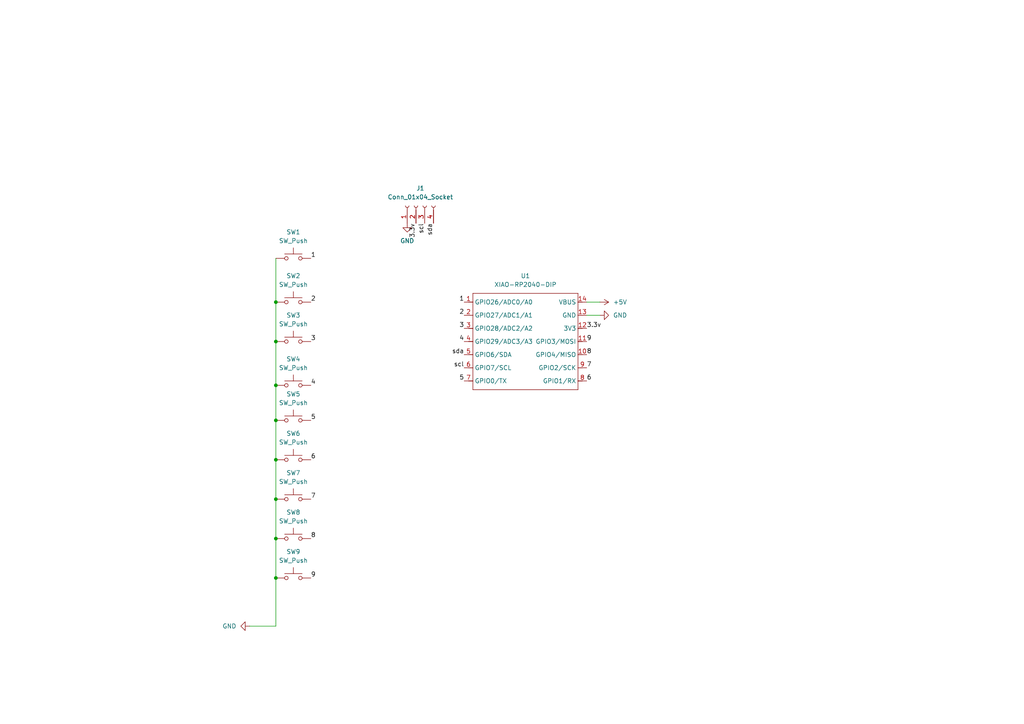
<source format=kicad_sch>
(kicad_sch (version 20231120) (generator "eeschema") (generator_version "8.0")
  (paper "A4")
  (lib_symbols
    (symbol "Connector:Conn_01x04_Socket" (pin_names (offset 1.016) hide)
      (property "Reference" "J" (at 0 5.08 0))
      (property "Value" "Conn_01x04_Socket" (at 0 -7.62 0))
      (symbol "Conn_01x04_Socket_1_1"
        (arc (start 0 -4.572) (mid -0.5058 -5.08) (end 0 -5.588) (stroke (width 0.1524)))
        (arc (start 0 -2.032) (mid -0.5058 -2.54) (end 0 -3.048) (stroke (width 0.1524)))
        (polyline (pts (xy -1.27 -5.08) (xy -0.508 -5.08)) (stroke (width 0.1524)))
        (polyline (pts (xy -1.27 -2.54) (xy -0.508 -2.54)) (stroke (width 0.1524)))
        (polyline (pts (xy -1.27 0) (xy -0.508 0)) (stroke (width 0.1524)))
        (polyline (pts (xy -1.27 2.54) (xy -0.508 2.54)) (stroke (width 0.1524)))
        (arc (start 0 0.508) (mid -0.5058 0) (end 0 -0.508) (stroke (width 0.1524)))
        (arc (start 0 3.048) (mid -0.5058 2.54) (end 0 2.032) (stroke (width 0.1524)))
        (pin passive line (at -5.08 2.54 0) (length 3.81) (name "Pin_1") (number "1"))
        (pin passive line (at -5.08 0 0) (length 3.81) (name "Pin_2") (number "2"))
        (pin passive line (at -5.08 -2.54 0) (length 3.81) (name "Pin_3") (number "3"))
        (pin passive line (at -5.08 -5.08 0) (length 3.81) (name "Pin_4") (number "4"))
      )
    )
    (symbol "Switch:SW_Push" (pin_numbers hide) (pin_names (offset 1.016) hide)
      (property "Reference" "SW" (at 1.27 2.54 0))
      (property "Value" "SW_Push" (at 0 -1.524 0))
      (symbol "SW_Push_0_1"
        (circle (center -2.032 0) (radius 0.508))
        (polyline (pts (xy 0 1.27) (xy 0 3.048)))
        (polyline (pts (xy 2.54 1.27) (xy -2.54 1.27)))
        (circle (center 2.032 0) (radius 0.508))
        (pin passive line (at -5.08 0 0) (length 2.54) (name "1") (number "1"))
        (pin passive line (at 5.08 0 180) (length 2.54) (name "2") (number "2"))
      )
    )
    (symbol "opl lib:XIAO-RP2040-DIP"
      (property "Reference" "U" (at 0 0 0))
      (property "Value" "XIAO-RP2040-DIP" (at 5.334 -1.778 0))
      (symbol "XIAO-RP2040-DIP_1_0"
        (polyline (pts (xy -1.27 -30.48) (xy -1.27 -16.51)) (stroke (width 0.1524)))
        (polyline (pts (xy -1.27 -27.94) (xy -2.54 -27.94)) (stroke (width 0.1524)))
        (polyline (pts (xy -1.27 -24.13) (xy -2.54 -24.13)) (stroke (width 0.1524)))
        (polyline (pts (xy -1.27 -20.32) (xy -2.54 -20.32)) (stroke (width 0.1524)))
        (polyline (pts (xy -1.27 -16.51) (xy -2.54 -16.51)) (stroke (width 0.1524)))
        (polyline (pts (xy -1.27 -16.51) (xy -1.27 -12.7)) (stroke (width 0.1524)))
        (polyline (pts (xy -1.27 -12.7) (xy -2.54 -12.7)) (stroke (width 0.1524)))
        (polyline (pts (xy -1.27 -12.7) (xy -1.27 -8.89)) (stroke (width 0.1524)))
        (polyline (pts (xy -1.27 -8.89) (xy -2.54 -8.89)) (stroke (width 0.1524)))
        (polyline (pts (xy -1.27 -8.89) (xy -1.27 -5.08)) (stroke (width 0.1524)))
        (polyline (pts (xy -1.27 -5.08) (xy -2.54 -5.08)) (stroke (width 0.1524)))
        (polyline (pts (xy -1.27 -5.08) (xy -1.27 -2.54)) (stroke (width 0.1524)))
        (polyline (pts (xy -1.27 -2.54) (xy 29.21 -2.54)) (stroke (width 0.1524)))
        (polyline (pts (xy 29.21 -30.48) (xy -1.27 -30.48)) (stroke (width 0.1524)))
        (polyline (pts (xy 29.21 -12.7) (xy 29.21 -30.48)) (stroke (width 0.1524)))
        (polyline (pts (xy 29.21 -8.89) (xy 29.21 -12.7)) (stroke (width 0.1524)))
        (polyline (pts (xy 29.21 -5.08) (xy 29.21 -8.89)) (stroke (width 0.1524)))
        (polyline (pts (xy 29.21 -2.54) (xy 29.21 -5.08)) (stroke (width 0.1524)))
        (polyline (pts (xy 30.48 -27.94) (xy 29.21 -27.94)) (stroke (width 0.1524)))
        (polyline (pts (xy 30.48 -24.13) (xy 29.21 -24.13)) (stroke (width 0.1524)))
        (polyline (pts (xy 30.48 -20.32) (xy 29.21 -20.32)) (stroke (width 0.1524)))
        (polyline (pts (xy 30.48 -16.51) (xy 29.21 -16.51)) (stroke (width 0.1524)))
        (polyline (pts (xy 30.48 -12.7) (xy 29.21 -12.7)) (stroke (width 0.1524)))
        (polyline (pts (xy 30.48 -8.89) (xy 29.21 -8.89)) (stroke (width 0.1524)))
        (polyline (pts (xy 30.48 -5.08) (xy 29.21 -5.08)) (stroke (width 0.1524)))
        (pin passive line (at -3.81 -5.08 0) (length 2.54) (name "GPIO26/ADC0/A0") (number "1"))
        (pin passive line (at 31.75 -20.32 180) (length 2.54) (name "GPIO4/MISO") (number "10"))
        (pin passive line (at 31.75 -16.51 180) (length 2.54) (name "GPIO3/MOSI") (number "11"))
        (pin passive line (at 31.75 -12.7 180) (length 2.54) (name "3V3") (number "12"))
        (pin passive line (at 31.75 -8.89 180) (length 2.54) (name "GND") (number "13"))
        (pin passive line (at 31.75 -5.08 180) (length 2.54) (name "VBUS") (number "14"))
        (pin passive line (at -3.81 -8.89 0) (length 2.54) (name "GPIO27/ADC1/A1") (number "2"))
        (pin passive line (at -3.81 -12.7 0) (length 2.54) (name "GPIO28/ADC2/A2") (number "3"))
        (pin passive line (at -3.81 -16.51 0) (length 2.54) (name "GPIO29/ADC3/A3") (number "4"))
        (pin passive line (at -3.81 -20.32 0) (length 2.54) (name "GPIO6/SDA") (number "5"))
        (pin passive line (at -3.81 -24.13 0) (length 2.54) (name "GPIO7/SCL") (number "6"))
        (pin passive line (at -3.81 -27.94 0) (length 2.54) (name "GPIO0/TX") (number "7"))
        (pin passive line (at 31.75 -27.94 180) (length 2.54) (name "GPIO1/RX") (number "8"))
        (pin passive line (at 31.75 -24.13 180) (length 2.54) (name "GPIO2/SCK") (number "9"))
      )
    )
    (symbol "power:+5V" (power) (pin_numbers hide) (pin_names (offset 0) hide)
      (property "Value" "+5V" (at 0 3.556 0))
      (symbol "+5V_0_1"
        (polyline (pts (xy -0.762 1.27) (xy 0 2.54)))
        (polyline (pts (xy 0 0) (xy 0 2.54)))
        (polyline (pts (xy 0 2.54) (xy 0.762 1.27)))
      )
      (symbol "+5V_1_1"
        (pin power_in line (at 0 0 90) (length 0) (name "~") (number "1"))
      )
    )
    (symbol "power:GND" (power) (pin_numbers hide) (pin_names (offset 0) hide)
      (property "Value" "GND" (at 0 -3.81 0))
      (symbol "GND_0_1"
        (polyline (pts (xy 0 0) (xy 0 -1.27) (xy 1.27 -1.27) (xy 0 -2.54) (xy -1.27 -1.27) (xy 0 -1.27)))
      )
      (symbol "GND_1_1"
        (pin power_in line (at 0 0 270) (length 0) (name "~") (number "1"))
      )
    )
  )
  (junction (at 80.01 133.35))
  (junction (at 80.01 87.63))
  (junction (at 80.01 99.06))
  (junction (at 80.01 156.21))
  (junction (at 80.01 144.78))
  (junction (at 80.01 111.76))
  (junction (at 80.01 121.92))
  (junction (at 80.01 167.64))
  (wire (pts (xy 80.01 133.35) (xy 80.01 144.78)))
  (wire (pts (xy 80.01 156.21) (xy 80.01 167.64)))
  (wire (pts (xy 170.18 91.44) (xy 173.99 91.44)))
  (wire (pts (xy 170.18 87.63) (xy 173.99 87.63)))
  (wire (pts (xy 80.01 99.06) (xy 80.01 111.76)))
  (wire (pts (xy 80.01 87.63) (xy 80.01 99.06)))
  (wire (pts (xy 80.01 74.93) (xy 80.01 87.63)))
  (wire (pts (xy 80.01 111.76) (xy 80.01 121.92)))
  (wire (pts (xy 80.01 144.78) (xy 80.01 156.21)))
  (wire (pts (xy 80.01 121.92) (xy 80.01 133.35)))
  (wire (pts (xy 80.01 167.64) (xy 80.01 181.61)))
  (wire (pts (xy 72.39 181.61) (xy 80.01 181.61)))
  (label "4" (at 90.17 111.76 0))
  (label "scl" (at 123.19 64.77 270))
  (label "3" (at 90.17 99.06 0))
  (label "3.3v" (at 120.65 64.77 270))
  (label "8" (at 90.17 156.21 0))
  (label "3" (at 134.62 95.25 180))
  (label "1" (at 90.17 74.93 0))
  (label "5" (at 134.62 110.49 180))
  (label "6" (at 90.17 133.35 0))
  (label "4" (at 134.62 99.06 180))
  (label "scl" (at 134.62 106.68 180))
  (label "1" (at 134.62 87.63 180))
  (label "2" (at 134.62 91.44 180))
  (label "sda" (at 125.73 64.77 270))
  (label "2" (at 90.17 87.63 0))
  (label "9" (at 90.17 167.64 0))
  (label "6" (at 170.18 110.49 0))
  (label "8" (at 170.18 102.87 0))
  (label "7" (at 170.18 106.68 0))
  (label "7" (at 90.17 144.78 0))
  (label "9" (at 170.18 99.06 0))
  (label "sda" (at 134.62 102.87 180))
  (label "3.3v" (at 170.18 95.25 0))
  (label "5" (at 90.17 121.92 0))
  (symbol (lib_id "Switch:SW_Push") (at 85.09 167.64 0) (unit 1)
    (property "Reference" "SW9" (at 85.09 160.02 0))
    (property "Value" "SW_Push" (at 85.09 162.56 0))
    (property "Footprint" "Button_Switch_Keyboard:SW_Cherry_MX_1.00u_PCB" (effects (hide yes)))
    (property "Description" "Push button switch, generic, two pins" (effects (hide yes)))
  )
  (symbol (lib_id "Switch:SW_Push") (at 85.09 144.78 0) (unit 1)
    (property "Reference" "SW7" (at 85.09 137.16 0))
    (property "Value" "SW_Push" (at 85.09 139.7 0))
    (property "Footprint" "Button_Switch_Keyboard:SW_Cherry_MX_1.00u_PCB" (effects (hide yes)))
    (property "Description" "Push button switch, generic, two pins" (effects (hide yes)))
  )
  (symbol (lib_id "Switch:SW_Push") (at 85.09 121.92 0) (unit 1)
    (property "Reference" "SW5" (at 85.09 114.3 0))
    (property "Value" "SW_Push" (at 85.09 116.84 0))
    (property "Footprint" "Button_Switch_Keyboard:SW_Cherry_MX_1.00u_PCB" (effects (hide yes)))
    (property "Description" "Push button switch, generic, two pins" (effects (hide yes)))
  )
  (symbol (lib_id "opl lib:XIAO-RP2040-DIP") (at 138.43 82.55 0) (unit 1)
    (property "Reference" "U1" (at 152.4 80.01 0))
    (property "Value" "XIAO-RP2040-DIP" (at 152.4 82.55 0))
    (property "Footprint" "opl lib:XIAO-RP2040-DIP" (effects (hide yes)))
  )
  (symbol (lib_id "power:GND") (at 72.39 181.61 270) (unit 1)
    (property "Reference" "#PWR1" (effects (hide yes)))
    (property "Value" "GND" (at 68.58 181.6099 90) (effects (justify right)))
    (property "Description" "Power symbol creates a global label with name \"GND\" , ground" (effects (hide yes)))
  )
  (symbol (lib_id "power:+5V") (at 173.99 87.63 270) (unit 1)
    (property "Reference" "#PWR3" (effects (hide yes)))
    (property "Value" "+5V" (at 177.8 87.6299 90) (effects (justify left)))
    (property "Description" "Power symbol creates a global label with name \"+5V\"" (effects (hide yes)))
  )
  (symbol (lib_id "power:GND") (at 118.11 64.77 0) (unit 1)
    (property "Reference" "#PWR4" (effects (hide yes)))
    (property "Value" "GND" (at 118.11 69.85 0))
    (property "Description" "Power symbol creates a global label with name \"GND\" , ground" (effects (hide yes)))
  )
  (symbol (lib_id "Switch:SW_Push") (at 85.09 133.35 0) (unit 1)
    (property "Reference" "SW6" (at 85.09 125.73 0))
    (property "Value" "SW_Push" (at 85.09 128.27 0))
    (property "Footprint" "Button_Switch_Keyboard:SW_Cherry_MX_1.00u_PCB" (effects (hide yes)))
    (property "Description" "Push button switch, generic, two pins" (effects (hide yes)))
  )
  (symbol (lib_id "Switch:SW_Push") (at 85.09 156.21 0) (unit 1)
    (property "Reference" "SW8" (at 85.09 148.59 0))
    (property "Value" "SW_Push" (at 85.09 151.13 0))
    (property "Footprint" "Button_Switch_Keyboard:SW_Cherry_MX_1.00u_PCB" (effects (hide yes)))
    (property "Description" "Push button switch, generic, two pins" (effects (hide yes)))
  )
  (symbol (lib_id "Switch:SW_Push") (at 85.09 74.93 0) (unit 1)
    (property "Reference" "SW1" (at 85.09 67.31 0))
    (property "Value" "SW_Push" (at 85.09 69.85 0))
    (property "Footprint" "Button_Switch_Keyboard:SW_Cherry_MX_1.00u_PCB" (effects (hide yes)))
    (property "Description" "Push button switch, generic, two pins" (effects (hide yes)))
  )
  (symbol (lib_id "power:GND") (at 173.99 91.44 90) (unit 1)
    (property "Reference" "#PWR2" (effects (hide yes)))
    (property "Value" "GND" (at 177.8 91.4399 90) (effects (justify right)))
    (property "Description" "Power symbol creates a global label with name \"GND\" , ground" (effects (hide yes)))
  )
  (symbol (lib_id "Connector:Conn_01x04_Socket") (at 120.65 59.69 90) (unit 1)
    (property "Reference" "J1" (at 121.92 54.61 90))
    (property "Value" "Conn_01x04_Socket" (at 121.92 57.15 90))
    (property "Footprint" "Connector_PinHeader_2.54mm:PinHeader_1x04_P2.54mm_Vertical" (effects (hide yes)))
    (property "Description" "Generic connector, single row, 01x04, script generated" (effects (hide yes)))
  )
  (symbol (lib_id "Switch:SW_Push") (at 85.09 99.06 0) (unit 1)
    (property "Reference" "SW3" (at 85.09 91.44 0))
    (property "Value" "SW_Push" (at 85.09 93.98 0))
    (property "Footprint" "Button_Switch_Keyboard:SW_Cherry_MX_1.00u_PCB" (effects (hide yes)))
    (property "Description" "Push button switch, generic, two pins" (effects (hide yes)))
  )
  (symbol (lib_id "Switch:SW_Push") (at 85.09 111.76 0) (unit 1)
    (property "Reference" "SW4" (at 85.09 104.14 0))
    (property "Value" "SW_Push" (at 85.09 106.68 0))
    (property "Footprint" "Button_Switch_Keyboard:SW_Cherry_MX_1.00u_PCB" (effects (hide yes)))
    (property "Description" "Push button switch, generic, two pins" (effects (hide yes)))
  )
  (symbol (lib_id "Switch:SW_Push") (at 85.09 87.63 0) (unit 1)
    (property "Reference" "SW2" (at 85.09 80.01 0))
    (property "Value" "SW_Push" (at 85.09 82.55 0))
    (property "Footprint" "Button_Switch_Keyboard:SW_Cherry_MX_1.00u_PCB" (effects (hide yes)))
    (property "Description" "Push button switch, generic, two pins" (effects (hide yes)))
  )
)
</source>
